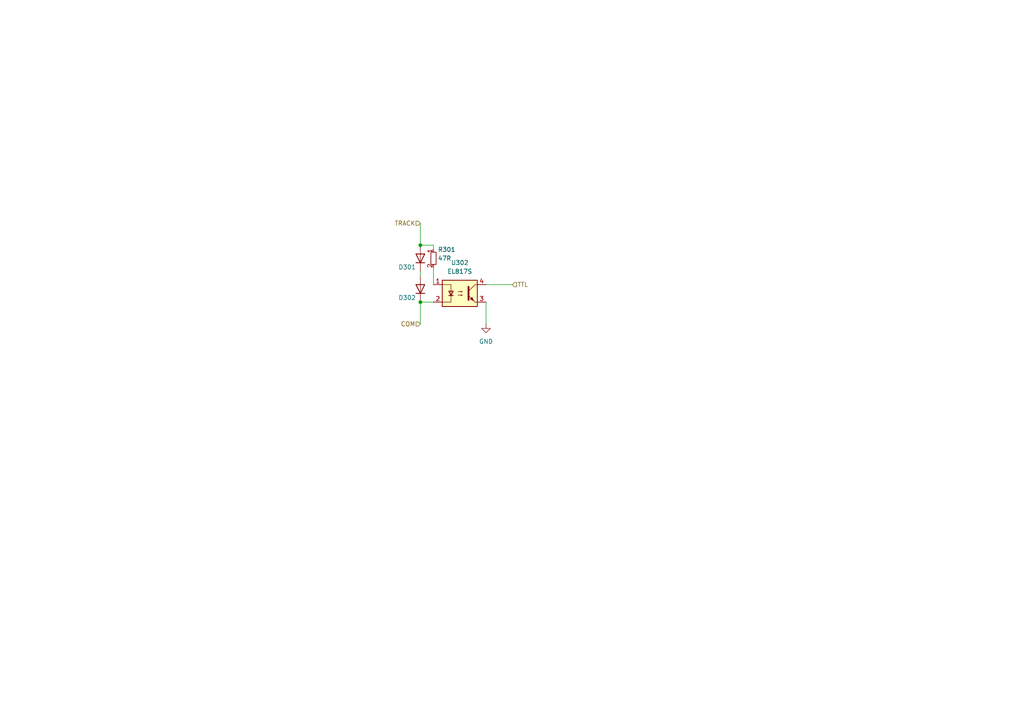
<source format=kicad_sch>
(kicad_sch (version 20230121) (generator eeschema)
  (paper "A4")
  (lib_symbols
    (symbol "custom_kicad_lib_sk:EL817S" (pin_names (offset 1.016))
      (property "Reference" "U" (at -5.08 5.08 0))
      (property "Value" "EL817S" (at 0 5.08 0))
      (symbol "EL817S_0_1"
        (rectangle (start -5.08 3.81) (end 5.08 -3.81) (stroke (width 0.254)) (fill (type background)))
        (polyline (pts (xy -3.175 -0.635) (xy -1.905 -0.635)) (stroke (width 0.254)))
        (polyline (pts (xy 2.54 0.635) (xy 4.445 2.54)))
        (polyline (pts (xy 4.445 -2.54) (xy 2.54 -0.635)) (fill (type outline)))
        (polyline (pts (xy 4.445 -2.54) (xy 5.08 -2.54)))
        (polyline (pts (xy 4.445 2.54) (xy 5.08 2.54)))
        (polyline (pts (xy -5.08 2.54) (xy -2.54 2.54) (xy -2.54 -0.635)))
        (polyline (pts (xy -2.54 -0.635) (xy -2.54 -2.54) (xy -5.08 -2.54)))
        (polyline (pts (xy 2.54 1.905) (xy 2.54 -1.905) (xy 2.54 -1.905)) (stroke (width 0.508)))
        (polyline (pts (xy -2.54 -0.635) (xy -3.175 0.635) (xy -1.905 0.635) (xy -2.54 -0.635)) (stroke (width 0.254)))
        (polyline (pts (xy -0.508 -0.508) (xy 0.762 -0.508) (xy 0.381 -0.635) (xy 0.381 -0.381) (xy 0.762 -0.508)))
        (polyline (pts (xy -0.508 0.508) (xy 0.762 0.508) (xy 0.381 0.381) (xy 0.381 0.635) (xy 0.762 0.508)))
        (polyline (pts (xy 3.048 -1.651) (xy 3.556 -1.143) (xy 4.064 -2.159) (xy 3.048 -1.651) (xy 3.048 -1.651)) (fill (type outline)))
      )
      (symbol "EL817S_1_1"
        (pin passive line (at -7.62 2.54 0) (length 2.54) (name "~") (number "1"))
        (pin passive line (at -7.62 -2.54 0) (length 2.54) (name "~") (number "2"))
        (pin passive line (at 7.62 -2.54 180) (length 2.54) (name "~") (number "3"))
        (pin passive line (at 7.62 2.54 180) (length 2.54) (name "~") (number "4"))
      )
    )
    (symbol "custom_kicad_lib_sk:SS53" (pin_numbers hide) (pin_names (offset 1.016) hide)
      (property "Reference" "D" (at 0 2.54 0))
      (property "Value" "SS53" (at 0 -1.27 0))
      (symbol "SS53_0_1"
        (polyline (pts (xy -1.27 2.54) (xy -1.27 0)) (stroke (width 0.254)))
        (polyline (pts (xy 1.27 1.27) (xy -1.27 1.27)))
        (polyline (pts (xy 1.27 2.54) (xy 1.27 0) (xy -1.27 1.27) (xy 1.27 2.54)) (stroke (width 0.254)))
      )
      (symbol "SS53_1_1"
        (pin passive line (at -3.81 1.27 0) (length 2.54) (name "K") (number "1"))
        (pin passive line (at 3.81 1.27 180) (length 2.54) (name "A") (number "2"))
      )
    )
    (symbol "power:GND" (power) (pin_names (offset 0))
      (property "Value" "GND" (at 0 -3.81 0))
      (symbol "GND_0_1"
        (polyline (pts (xy 0 0) (xy 0 -1.27) (xy 1.27 -1.27) (xy 0 -2.54) (xy -1.27 -1.27) (xy 0 -1.27)))
      )
      (symbol "GND_1_1"
        (pin power_in line (at 0 0 270) (length 0) hide (name "GND") (number "1"))
      )
    )
    (symbol "resistors_0603:R_47R_0603"
      (property "Reference" "R" (at 1.27 2.54 0))
      (property "Value" "47R" (at 2.54 -2.54 0))
      (symbol "R_47R_0603_0_1"
        (rectangle (start -0.762 1.778) (end 0.762 -1.778) (stroke (width 0.2032)))
      )
      (symbol "R_47R_0603_1_1"
        (pin passive line (at 0 2.54 270) (length 0.762) (name "~") (number "1"))
        (pin passive line (at 0 -2.54 90) (length 0.762) (name "~") (number "2"))
      )
    )
  )
  (junction (at 121.92 87.63))
  (junction (at 121.92 71.12))
  (wire (pts (xy 125.73 72.39) (xy 125.73 71.12)))
  (wire (pts (xy 125.73 77.47) (xy 125.73 82.55)))
  (wire (pts (xy 140.97 87.63) (xy 140.97 93.98)))
  (wire (pts (xy 121.92 71.12) (xy 125.73 71.12)))
  (wire (pts (xy 121.92 87.63) (xy 121.92 93.98)))
  (wire (pts (xy 121.92 64.77) (xy 121.92 71.12)))
  (wire (pts (xy 121.92 78.74) (xy 121.92 80.01)))
  (wire (pts (xy 121.92 87.63) (xy 125.73 87.63)))
  (wire (pts (xy 140.97 82.55) (xy 148.59 82.55)))
  (hierarchical_label "TTL" (shape input) (at 148.59 82.55 0))
  (hierarchical_label "TRACK" (shape input) (at 121.92 64.77 180))
  (hierarchical_label "COM" (shape input) (at 121.92 93.98 180))
  (symbol (lib_id "resistors_0603:R_47R_0603") (at 125.73 74.93 0) (unit 1)
    (property "Reference" "R301" (at 127 72.39 0) (effects (justify left)))
    (property "Value" "47R" (at 127 74.93 0) (effects (justify left)))
    (property "Footprint" "custom_kicad_lib_sk:R_0603_smalltext" (effects hide))
    (property "JLCPCB Part#" "C23182" (effects hide))
    (instances (project "BloX_MkII" (path "" (reference "R301") (unit 1)) (path "" (reference "R401") (unit 1)) (path "" (reference "R501") (unit 1))))
  )
  (symbol (lib_id "custom_kicad_lib_sk:SS53") (at 123.19 74.93 90) (unit 1)
    (property "Reference" "D301" (at 120.65 77.47 90) (effects (justify left)))
    (property "Value" "SS53" (effects hide))
    (property "Footprint" "Diode_SMD:D_SMA" (effects hide))
    (property "Sim.Device" "D" (effects hide))
    (property "Sim.Pins" "1=K 2=A" (effects hide))
    (property "JLCPCB Part#" "C8678" (effects hide))
    (instances (project "BloX_MkII" (path "" (reference "D301") (unit 1)) (path "" (reference "D401") (unit 1)) (path "" (reference "D501") (unit 1))))
  )
  (symbol (lib_id "custom_kicad_lib_sk:SS53") (at 123.19 83.82 90) (unit 1)
    (property "Reference" "D302" (at 120.65 86.36 90) (effects (justify left)))
    (property "Value" "SS53" (effects hide))
    (property "Footprint" "Diode_SMD:D_SMA" (effects hide))
    (property "Sim.Device" "D" (effects hide))
    (property "Sim.Pins" "1=K 2=A" (effects hide))
    (property "JLCPCB Part#" "C8678" (effects hide))
    (instances (project "BloX_MkII" (path "" (reference "D302") (unit 1)) (path "" (reference "D402") (unit 1)) (path "" (reference "D502") (unit 1))))
  )
  (symbol (lib_id "power:GND") (at 140.97 93.98 0) (unit 1)
    (property "Reference" "#PWR0301" (effects hide))
    (property "Value" "GND" (at 140.97 99.06 0))
    (instances (project "BloX_MkII" (path "" (reference "#PWR0301") (unit 1)) (path "" (reference "#PWR0401") (unit 1)) (path "" (reference "#PWR0501") (unit 1))))
  )
  (symbol (lib_id "custom_kicad_lib_sk:EL817S") (at 133.35 85.09 0) (unit 1)
    (property "Reference" "U302" (at 133.35 76.2 0))
    (property "Value" "EL817S" (at 133.35 78.74 0))
    (property "Footprint" "Package_DIP:SMDIP-4_W7.62mm" (effects hide))
    (property "Datasheet" "http://www.everlight.com/file/ProductFile/EL817.pdf" (effects hide))
    (property "JLCPCB Part#" "C106900" (effects hide))
    (instances (project "BloX_MkII" (path "" (reference "U302") (unit 1)) (path "" (reference "U401") (unit 1)) (path "" (reference "U501") (unit 1))))
  )
)
</source>
